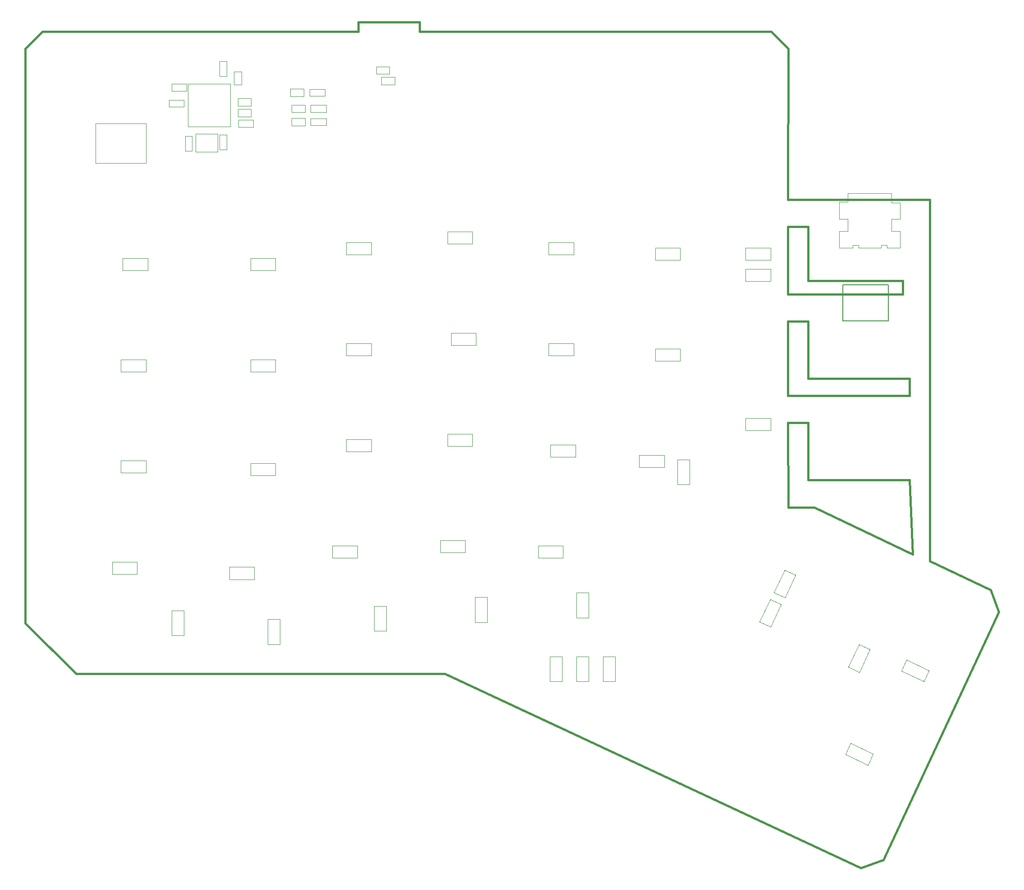
<source format=gbr>
%TF.GenerationSoftware,KiCad,Pcbnew,5.1.7*%
%TF.CreationDate,2020-10-15T21:30:19-07:00*%
%TF.ProjectId,ErgoDOX_left,4572676f-444f-4585-9f6c-6566742e6b69,2.0.0*%
%TF.SameCoordinates,Original*%
%TF.FileFunction,Other,User*%
%FSLAX46Y46*%
G04 Gerber Fmt 4.6, Leading zero omitted, Abs format (unit mm)*
G04 Created by KiCad (PCBNEW 5.1.7) date 2020-10-15 21:30:19*
%MOMM*%
%LPD*%
G01*
G04 APERTURE LIST*
%TA.AperFunction,Profile*%
%ADD10C,0.381000*%
%TD*%
%ADD11C,0.152400*%
%ADD12C,0.050000*%
G04 APERTURE END LIST*
D10*
X164846000Y-93218000D02*
X164941000Y-109166000D01*
X164846000Y-74168000D02*
X164846000Y-88138000D01*
X164846000Y-56388000D02*
X164846000Y-69088000D01*
X168656000Y-56388000D02*
X164846000Y-56388000D01*
X187706000Y-104013000D02*
X188341000Y-117983000D01*
X168656000Y-104013000D02*
X187706000Y-104013000D01*
X168656000Y-93218000D02*
X168656000Y-104013000D01*
X164846000Y-93218000D02*
X168656000Y-93218000D01*
X187706000Y-88138000D02*
X164846000Y-88138000D01*
X187706000Y-84963000D02*
X187706000Y-88138000D01*
X168656000Y-84963000D02*
X187706000Y-84963000D01*
X168656000Y-74168000D02*
X168656000Y-84963000D01*
X164846000Y-74168000D02*
X168656000Y-74168000D01*
X186436000Y-69088000D02*
X164846000Y-69088000D01*
X186436000Y-66548000D02*
X186436000Y-69088000D01*
X168656000Y-66548000D02*
X186436000Y-66548000D01*
X168656000Y-56388000D02*
X168656000Y-66548000D01*
X164846000Y-51308000D02*
X164941000Y-22933000D01*
X168656000Y-51308000D02*
X164846000Y-51308000D01*
X169843200Y-109166000D02*
X188341000Y-117983000D01*
X191516000Y-119253000D02*
X202934320Y-124596500D01*
X191516000Y-51308000D02*
X191516000Y-119253000D01*
X168656000Y-51308000D02*
X191516000Y-51308000D01*
X21634200Y-22933000D02*
X21634200Y-130883000D01*
X137431000Y-19758000D02*
X134031000Y-19758000D01*
X137431000Y-19758000D02*
X149675600Y-19758000D01*
X132505200Y-19758000D02*
X134031000Y-19758000D01*
X24809200Y-19758000D02*
X84143600Y-19758000D01*
X84143600Y-17980000D02*
X95649800Y-17980000D01*
X84143600Y-19758000D02*
X84143600Y-17980000D01*
X95649800Y-17980000D02*
X95649800Y-19758000D01*
X95649800Y-19758000D02*
X132505200Y-19758000D01*
X149675600Y-19758000D02*
X161740600Y-19758000D01*
X161740600Y-19758000D02*
X164941000Y-22933000D01*
X100399600Y-140408000D02*
X31159200Y-140408000D01*
X31159200Y-140408000D02*
X21634200Y-130883000D01*
X21634200Y-22933000D02*
X24809200Y-19758000D01*
X164941000Y-109166000D02*
X169843200Y-109166000D01*
X202934320Y-124596500D02*
X204471020Y-128815440D01*
X204471020Y-128815440D02*
X182787040Y-175317760D01*
X182787040Y-175317760D02*
X178568100Y-176851920D01*
X178568100Y-176851920D02*
X100399600Y-140408000D01*
D11*
%TO.C,J103*%
X183730101Y-74083799D02*
X183730101Y-67310300D01*
X183730101Y-67310300D02*
X175221899Y-67310300D01*
X175221899Y-67310300D02*
X175221899Y-74083799D01*
X175221899Y-74083799D02*
X183730101Y-74083799D01*
D12*
%TO.C,J102*%
X184373500Y-57248000D02*
X184373500Y-54998000D01*
X184373500Y-54998000D02*
X185973500Y-54998000D01*
X185973500Y-54998000D02*
X185973500Y-51868000D01*
X185973500Y-51868000D02*
X184373500Y-51868000D01*
X184373500Y-51868000D02*
X184373500Y-50148000D01*
X184373500Y-50148000D02*
X176153500Y-50148000D01*
X176153500Y-50148000D02*
X176153500Y-51748000D01*
X176153500Y-51748000D02*
X174553500Y-51748000D01*
X174553500Y-51748000D02*
X174553500Y-54998000D01*
X174553500Y-54998000D02*
X176153500Y-54998000D01*
X176153500Y-54998000D02*
X176153500Y-57248000D01*
X176153500Y-57248000D02*
X174553500Y-57248000D01*
X174553500Y-57248000D02*
X174553500Y-60348000D01*
X174553500Y-60348000D02*
X177053500Y-60348000D01*
X177053500Y-60348000D02*
X177053500Y-59848000D01*
X177053500Y-59848000D02*
X178163500Y-59848000D01*
X178163500Y-59848000D02*
X178163500Y-60348000D01*
X178163500Y-60348000D02*
X182363500Y-60348000D01*
X182363500Y-60348000D02*
X182363500Y-59848000D01*
X182363500Y-59848000D02*
X183473500Y-59848000D01*
X183473500Y-59848000D02*
X183473500Y-60348000D01*
X183473500Y-60348000D02*
X185973500Y-60348000D01*
X185973500Y-60348000D02*
X185973500Y-57248000D01*
X185973500Y-57248000D02*
X184373500Y-57248000D01*
%TO.C,R8*%
X60826000Y-29748000D02*
X60826000Y-27248000D01*
X60826000Y-29748000D02*
X62226000Y-29748000D01*
X62226000Y-27248000D02*
X60826000Y-27248000D01*
X62226000Y-27248000D02*
X62226000Y-29748000D01*
%TO.C,R2*%
X88526000Y-28298000D02*
X91026000Y-28298000D01*
X88526000Y-28298000D02*
X88526000Y-29698000D01*
X91026000Y-29698000D02*
X91026000Y-28298000D01*
X91026000Y-29698000D02*
X88526000Y-29698000D01*
%TO.C,R1*%
X87526000Y-26298000D02*
X90026000Y-26298000D01*
X87526000Y-26298000D02*
X87526000Y-27698000D01*
X90026000Y-27698000D02*
X90026000Y-26298000D01*
X90026000Y-27698000D02*
X87526000Y-27698000D01*
%TO.C,Y1*%
X57776000Y-42348000D02*
X57776000Y-38948000D01*
X57776000Y-38948000D02*
X53576000Y-38948000D01*
X53576000Y-38948000D02*
X53576000Y-42348000D01*
X53576000Y-42348000D02*
X57776000Y-42348000D01*
%TO.C,R5*%
X71426000Y-30498000D02*
X73926000Y-30498000D01*
X71426000Y-30498000D02*
X71426000Y-31898000D01*
X73926000Y-31898000D02*
X73926000Y-30498000D01*
X73926000Y-31898000D02*
X71426000Y-31898000D01*
%TO.C,C6*%
X49126000Y-29598000D02*
X51926000Y-29598000D01*
X49126000Y-29598000D02*
X49126000Y-30898000D01*
X51926000Y-30898000D02*
X51926000Y-29598000D01*
X51926000Y-30898000D02*
X49126000Y-30898000D01*
%TO.C,C5*%
X64426000Y-37648000D02*
X61626000Y-37648000D01*
X64426000Y-37648000D02*
X64426000Y-36348000D01*
X61626000Y-36348000D02*
X61626000Y-37648000D01*
X61626000Y-36348000D02*
X64426000Y-36348000D01*
%TO.C,C4*%
X59426000Y-25348000D02*
X59426000Y-28148000D01*
X59426000Y-25348000D02*
X58126000Y-25348000D01*
X58126000Y-28148000D02*
X59426000Y-28148000D01*
X58126000Y-28148000D02*
X58126000Y-25348000D01*
%TO.C,C3*%
X48626000Y-32598000D02*
X51426000Y-32598000D01*
X48626000Y-32598000D02*
X48626000Y-33898000D01*
X51426000Y-33898000D02*
X51426000Y-32598000D01*
X51426000Y-33898000D02*
X48626000Y-33898000D01*
%TO.C,C2*%
X58126000Y-41898000D02*
X58126000Y-39098000D01*
X58126000Y-41898000D02*
X59426000Y-41898000D01*
X59426000Y-39098000D02*
X58126000Y-39098000D01*
X59426000Y-39098000D02*
X59426000Y-41898000D01*
%TO.C,C1*%
X52926000Y-39348000D02*
X52926000Y-42148000D01*
X52926000Y-39348000D02*
X51626000Y-39348000D01*
X51626000Y-42148000D02*
X52926000Y-42148000D01*
X51626000Y-42148000D02*
X51626000Y-39348000D01*
%TO.C,D5:9*%
X124626000Y-61648000D02*
X119926000Y-61648000D01*
X119926000Y-61648000D02*
X119926000Y-59348000D01*
X119926000Y-59348000D02*
X124626000Y-59348000D01*
X124626000Y-61648000D02*
X124626000Y-59348000D01*
%TO.C,U1*%
X52132250Y-29566750D02*
X52132250Y-37566750D01*
X60132250Y-29566750D02*
X60132250Y-37566750D01*
X52132250Y-29566750D02*
X60132250Y-29566750D01*
X52132250Y-37566750D02*
X60132250Y-37566750D01*
%TO.C,SW1*%
X44026000Y-44498000D02*
X44276000Y-44498000D01*
X44276000Y-44498000D02*
X44276000Y-44248000D01*
X44026000Y-36998000D02*
X44276000Y-36998000D01*
X44276000Y-36998000D02*
X44276000Y-37248000D01*
X34776000Y-37248000D02*
X34776000Y-36998000D01*
X34776000Y-36998000D02*
X35026000Y-36998000D01*
X34776000Y-44248000D02*
X34776000Y-44498000D01*
X34776000Y-44498000D02*
X35026000Y-44498000D01*
X35026000Y-36998000D02*
X44026000Y-36998000D01*
X34776000Y-44248000D02*
X34776000Y-37248000D01*
X44026000Y-44498000D02*
X35026000Y-44498000D01*
X44276000Y-37248000D02*
X44276000Y-44248000D01*
%TO.C,R10*%
X64026000Y-33698000D02*
X61526000Y-33698000D01*
X64026000Y-33698000D02*
X64026000Y-32298000D01*
X61526000Y-32298000D02*
X61526000Y-33698000D01*
X61526000Y-32298000D02*
X64026000Y-32298000D01*
%TO.C,R9*%
X64026000Y-35698000D02*
X61526000Y-35698000D01*
X64026000Y-35698000D02*
X64026000Y-34298000D01*
X61526000Y-34298000D02*
X61526000Y-35698000D01*
X61526000Y-34298000D02*
X64026000Y-34298000D01*
%TO.C,D5:13*%
X44626000Y-64648000D02*
X39926000Y-64648000D01*
X39926000Y-64648000D02*
X39926000Y-62348000D01*
X39926000Y-62348000D02*
X44626000Y-62348000D01*
X44626000Y-64648000D02*
X44626000Y-62348000D01*
%TO.C,D5:12*%
X68626000Y-64648000D02*
X63926000Y-64648000D01*
X63926000Y-64648000D02*
X63926000Y-62348000D01*
X63926000Y-62348000D02*
X68626000Y-62348000D01*
X68626000Y-64648000D02*
X68626000Y-62348000D01*
%TO.C,D5:11*%
X86626000Y-61648000D02*
X81926000Y-61648000D01*
X81926000Y-61648000D02*
X81926000Y-59348000D01*
X81926000Y-59348000D02*
X86626000Y-59348000D01*
X86626000Y-61648000D02*
X86626000Y-59348000D01*
%TO.C,D5:10*%
X105626000Y-59648000D02*
X100926000Y-59648000D01*
X100926000Y-59648000D02*
X100926000Y-57348000D01*
X100926000Y-57348000D02*
X105626000Y-57348000D01*
X105626000Y-59648000D02*
X105626000Y-57348000D01*
%TO.C,D5:8*%
X144626000Y-62648000D02*
X139926000Y-62648000D01*
X139926000Y-62648000D02*
X139926000Y-60348000D01*
X139926000Y-60348000D02*
X144626000Y-60348000D01*
X144626000Y-62648000D02*
X144626000Y-60348000D01*
%TO.C,D5:7*%
X161626000Y-62648000D02*
X156926000Y-62648000D01*
X156926000Y-62648000D02*
X156926000Y-60348000D01*
X156926000Y-60348000D02*
X161626000Y-60348000D01*
X161626000Y-62648000D02*
X161626000Y-60348000D01*
%TO.C,D4:13*%
X44276000Y-83648000D02*
X39576000Y-83648000D01*
X39576000Y-83648000D02*
X39576000Y-81348000D01*
X39576000Y-81348000D02*
X44276000Y-81348000D01*
X44276000Y-83648000D02*
X44276000Y-81348000D01*
%TO.C,D4:12*%
X68626000Y-83648000D02*
X63926000Y-83648000D01*
X63926000Y-83648000D02*
X63926000Y-81348000D01*
X63926000Y-81348000D02*
X68626000Y-81348000D01*
X68626000Y-83648000D02*
X68626000Y-81348000D01*
%TO.C,D4:11*%
X86626000Y-80648000D02*
X81926000Y-80648000D01*
X81926000Y-80648000D02*
X81926000Y-78348000D01*
X81926000Y-78348000D02*
X86626000Y-78348000D01*
X86626000Y-80648000D02*
X86626000Y-78348000D01*
%TO.C,D4:10*%
X106276000Y-78648000D02*
X101576000Y-78648000D01*
X101576000Y-78648000D02*
X101576000Y-76348000D01*
X101576000Y-76348000D02*
X106276000Y-76348000D01*
X106276000Y-78648000D02*
X106276000Y-76348000D01*
%TO.C,D4:9*%
X124626000Y-80648000D02*
X119926000Y-80648000D01*
X119926000Y-80648000D02*
X119926000Y-78348000D01*
X119926000Y-78348000D02*
X124626000Y-78348000D01*
X124626000Y-80648000D02*
X124626000Y-78348000D01*
%TO.C,D4:8*%
X144626000Y-81648000D02*
X139926000Y-81648000D01*
X139926000Y-81648000D02*
X139926000Y-79348000D01*
X139926000Y-79348000D02*
X144626000Y-79348000D01*
X144626000Y-81648000D02*
X144626000Y-79348000D01*
%TO.C,D4:7*%
X161626000Y-66648000D02*
X156926000Y-66648000D01*
X156926000Y-66648000D02*
X156926000Y-64348000D01*
X156926000Y-64348000D02*
X161626000Y-64348000D01*
X161626000Y-66648000D02*
X161626000Y-64348000D01*
%TO.C,D3:13*%
X44276000Y-102648000D02*
X39576000Y-102648000D01*
X39576000Y-102648000D02*
X39576000Y-100348000D01*
X39576000Y-100348000D02*
X44276000Y-100348000D01*
X44276000Y-102648000D02*
X44276000Y-100348000D01*
%TO.C,D3:12*%
X68626000Y-103148000D02*
X63926000Y-103148000D01*
X63926000Y-103148000D02*
X63926000Y-100848000D01*
X63926000Y-100848000D02*
X68626000Y-100848000D01*
X68626000Y-103148000D02*
X68626000Y-100848000D01*
%TO.C,D3:11*%
X86626000Y-98648000D02*
X81926000Y-98648000D01*
X81926000Y-98648000D02*
X81926000Y-96348000D01*
X81926000Y-96348000D02*
X86626000Y-96348000D01*
X86626000Y-98648000D02*
X86626000Y-96348000D01*
%TO.C,D3:10*%
X105626000Y-97648000D02*
X100926000Y-97648000D01*
X100926000Y-97648000D02*
X100926000Y-95348000D01*
X100926000Y-95348000D02*
X105626000Y-95348000D01*
X105626000Y-97648000D02*
X105626000Y-95348000D01*
%TO.C,D3:9*%
X124976000Y-99648000D02*
X120276000Y-99648000D01*
X120276000Y-99648000D02*
X120276000Y-97348000D01*
X120276000Y-97348000D02*
X124976000Y-97348000D01*
X124976000Y-99648000D02*
X124976000Y-97348000D01*
%TO.C,D3:8*%
X141626000Y-101648000D02*
X136926000Y-101648000D01*
X136926000Y-101648000D02*
X136926000Y-99348000D01*
X136926000Y-99348000D02*
X141626000Y-99348000D01*
X141626000Y-101648000D02*
X141626000Y-99348000D01*
%TO.C,D2:13*%
X42626000Y-121648000D02*
X37926000Y-121648000D01*
X37926000Y-121648000D02*
X37926000Y-119348000D01*
X37926000Y-119348000D02*
X42626000Y-119348000D01*
X42626000Y-121648000D02*
X42626000Y-119348000D01*
%TO.C,D2:12*%
X64626000Y-122648000D02*
X59926000Y-122648000D01*
X59926000Y-122648000D02*
X59926000Y-120348000D01*
X59926000Y-120348000D02*
X64626000Y-120348000D01*
X64626000Y-122648000D02*
X64626000Y-120348000D01*
%TO.C,D2:11*%
X83976000Y-118648000D02*
X79276000Y-118648000D01*
X79276000Y-118648000D02*
X79276000Y-116348000D01*
X79276000Y-116348000D02*
X83976000Y-116348000D01*
X83976000Y-118648000D02*
X83976000Y-116348000D01*
%TO.C,D2:10*%
X104276000Y-117648000D02*
X99576000Y-117648000D01*
X99576000Y-117648000D02*
X99576000Y-115348000D01*
X99576000Y-115348000D02*
X104276000Y-115348000D01*
X104276000Y-117648000D02*
X104276000Y-115348000D01*
%TO.C,D2:9*%
X122626000Y-118648000D02*
X117926000Y-118648000D01*
X117926000Y-118648000D02*
X117926000Y-116348000D01*
X117926000Y-116348000D02*
X122626000Y-116348000D01*
X122626000Y-118648000D02*
X122626000Y-116348000D01*
%TO.C,D2:8*%
X146426000Y-100148000D02*
X146426000Y-104848000D01*
X146426000Y-104848000D02*
X144126000Y-104848000D01*
X144126000Y-104848000D02*
X144126000Y-100148000D01*
X146426000Y-100148000D02*
X144126000Y-100148000D01*
%TO.C,D2:7*%
X161626000Y-94648000D02*
X156926000Y-94648000D01*
X156926000Y-94648000D02*
X156926000Y-92348000D01*
X156926000Y-92348000D02*
X161626000Y-92348000D01*
X161626000Y-94648000D02*
X161626000Y-92348000D01*
%TO.C,D1:13*%
X51426000Y-128498000D02*
X51426000Y-133198000D01*
X51426000Y-133198000D02*
X49126000Y-133198000D01*
X49126000Y-133198000D02*
X49126000Y-128498000D01*
X51426000Y-128498000D02*
X49126000Y-128498000D01*
%TO.C,D1:12*%
X69426000Y-130148000D02*
X69426000Y-134848000D01*
X69426000Y-134848000D02*
X67126000Y-134848000D01*
X67126000Y-134848000D02*
X67126000Y-130148000D01*
X69426000Y-130148000D02*
X67126000Y-130148000D01*
%TO.C,D1:11*%
X89426000Y-127648000D02*
X89426000Y-132348000D01*
X89426000Y-132348000D02*
X87126000Y-132348000D01*
X87126000Y-132348000D02*
X87126000Y-127648000D01*
X89426000Y-127648000D02*
X87126000Y-127648000D01*
%TO.C,D1:10*%
X108426000Y-125998000D02*
X108426000Y-130698000D01*
X108426000Y-130698000D02*
X106126000Y-130698000D01*
X106126000Y-130698000D02*
X106126000Y-125998000D01*
X108426000Y-125998000D02*
X106126000Y-125998000D01*
%TO.C,D1:9*%
X127426000Y-125148000D02*
X127426000Y-129848000D01*
X127426000Y-129848000D02*
X125126000Y-129848000D01*
X125126000Y-129848000D02*
X125126000Y-125148000D01*
X127426000Y-125148000D02*
X125126000Y-125148000D01*
%TO.C,D1:8*%
X163614087Y-127349596D02*
X161627781Y-131609242D01*
X161627781Y-131609242D02*
X159543273Y-130637220D01*
X159543273Y-130637220D02*
X161529579Y-126377574D01*
X163614087Y-127349596D02*
X161529579Y-126377574D01*
%TO.C,D1:7*%
X180311407Y-135854188D02*
X178325101Y-140113834D01*
X178325101Y-140113834D02*
X176240593Y-139141812D01*
X176240593Y-139141812D02*
X178226899Y-134882166D01*
X180311407Y-135854188D02*
X178226899Y-134882166D01*
%TO.C,D0:12*%
X122426000Y-137148000D02*
X122426000Y-141848000D01*
X122426000Y-141848000D02*
X120126000Y-141848000D01*
X120126000Y-141848000D02*
X120126000Y-137148000D01*
X122426000Y-137148000D02*
X120126000Y-137148000D01*
%TO.C,D0:11*%
X127426000Y-137148000D02*
X127426000Y-141848000D01*
X127426000Y-141848000D02*
X125126000Y-141848000D01*
X125126000Y-141848000D02*
X125126000Y-137148000D01*
X127426000Y-137148000D02*
X125126000Y-137148000D01*
%TO.C,D0:10*%
X132426000Y-137148000D02*
X132426000Y-141848000D01*
X132426000Y-141848000D02*
X130126000Y-141848000D01*
X130126000Y-141848000D02*
X130126000Y-137148000D01*
X132426000Y-137148000D02*
X130126000Y-137148000D01*
%TO.C,D0:9*%
X176632188Y-153462593D02*
X180891834Y-155448899D01*
X180891834Y-155448899D02*
X179919812Y-157533407D01*
X179919812Y-157533407D02*
X175660166Y-155547101D01*
X176632188Y-153462593D02*
X175660166Y-155547101D01*
%TO.C,D0:8*%
X162240593Y-125141812D02*
X164226899Y-120882166D01*
X164226899Y-120882166D02*
X166311407Y-121854188D01*
X166311407Y-121854188D02*
X164325101Y-126113834D01*
X162240593Y-125141812D02*
X164325101Y-126113834D01*
%TO.C,D0:7*%
X187136780Y-137765273D02*
X191396426Y-139751579D01*
X191396426Y-139751579D02*
X190424404Y-141836087D01*
X190424404Y-141836087D02*
X186164758Y-139849781D01*
X187136780Y-137765273D02*
X186164758Y-139849781D01*
%TO.C,R3*%
X74176000Y-37398000D02*
X71676000Y-37398000D01*
X74176000Y-37398000D02*
X74176000Y-35998000D01*
X71676000Y-35998000D02*
X71676000Y-37398000D01*
X71676000Y-35998000D02*
X74176000Y-35998000D01*
%TO.C,R4*%
X74176000Y-34898000D02*
X71676000Y-34898000D01*
X74176000Y-34898000D02*
X74176000Y-33498000D01*
X71676000Y-33498000D02*
X71676000Y-34898000D01*
X71676000Y-33498000D02*
X74176000Y-33498000D01*
%TO.C,LED_C1*%
X77926000Y-31848000D02*
X75026000Y-31848000D01*
X77926000Y-30548000D02*
X77926000Y-31848000D01*
X75026000Y-30548000D02*
X77926000Y-30548000D01*
X75026000Y-31848000D02*
X75026000Y-30548000D01*
%TO.C,LED_B1*%
X78126000Y-34848000D02*
X75226000Y-34848000D01*
X78126000Y-33548000D02*
X78126000Y-34848000D01*
X75226000Y-33548000D02*
X78126000Y-33548000D01*
X75226000Y-34848000D02*
X75226000Y-33548000D01*
%TO.C,LED_A1*%
X78126000Y-37348000D02*
X75226000Y-37348000D01*
X78126000Y-36048000D02*
X78126000Y-37348000D01*
X75226000Y-36048000D02*
X78126000Y-36048000D01*
X75226000Y-37348000D02*
X75226000Y-36048000D01*
%TD*%
M02*

</source>
